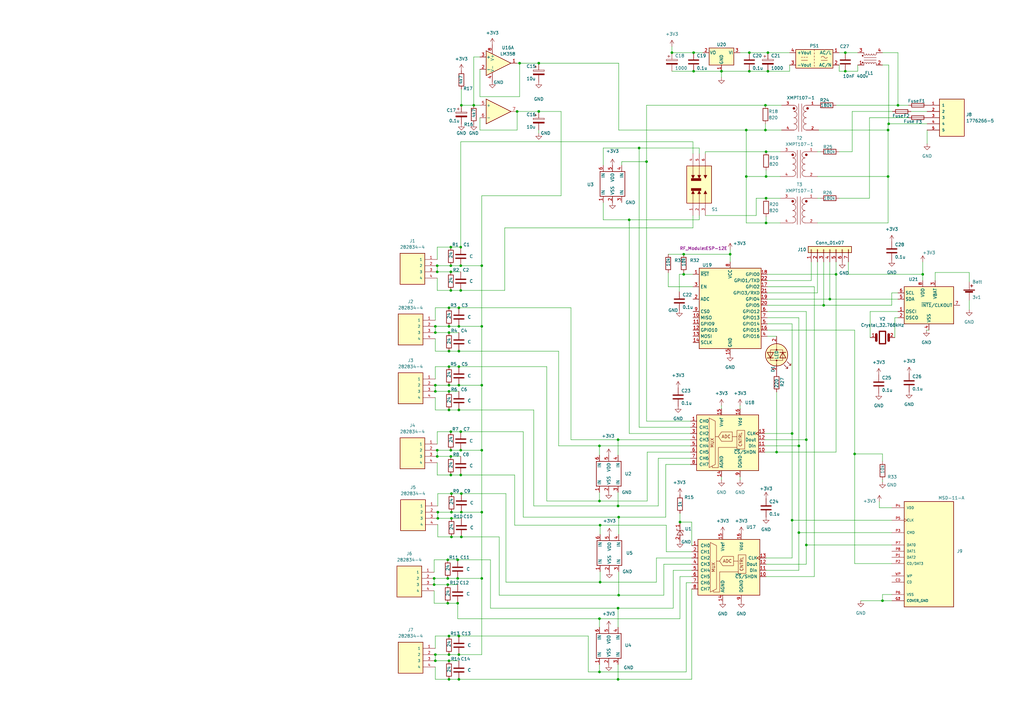
<source format=kicad_sch>
(kicad_sch (version 20250114) (generator "eeschema") (generator_version "9.0")
  (paper "A3")
  (junction (at 306.07 72.39))
  (junction (at 188.214 150.368))
  (junction (at 346.71 29.21))
  (junction (at 188.976 119.126))
  (junction (at 313.944 53.34))
  (junction (at 245.872 182.88))
  (junction (at 188.976 108.966))
  (junction (at 184.15 278.638))
  (junction (at 246.126 215.392))
  (junction (at 330.708 180.34))
  (junction (at 184.15 126.238))
  (junction (at 253.746 212.09))
  (junction (at 187.706 237.236))
  (junction (at 197.612 157.988))
  (junction (at 314.198 62.23))
  (junction (at 361.95 246.38))
  (junction (at 245.872 205.486))
  (junction (at 194.31 43.18))
  (junction (at 307.34 29.21))
  (junction (at 185.166 212.598))
  (junction (at 184.912 194.818))
  (junction (at 364.49 50.8))
  (junction (at 265.176 66.294))
  (junction (at 179.324 111.506))
  (junction (at 188.214 126.238))
  (junction (at 313.944 43.18))
  (junction (at 314.96 29.21))
  (junction (at 299.466 104.267))
  (junction (at 245.872 253.746))
  (junction (at 307.34 21.59))
  (junction (at 275.59 21.59))
  (junction (at 178.562 133.858))
  (junction (at 295.91 29.21))
  (junction (at 188.976 177.038))
  (junction (at 346.71 21.59))
  (junction (at 179.578 210.058))
  (junction (at 280.416 112.522))
  (junction (at 178.562 136.398))
  (junction (at 185.166 210.058))
  (junction (at 184.912 108.966))
  (junction (at 213.106 25.908))
  (junction (at 184.912 101.346))
  (junction (at 188.214 157.988))
  (junction (at 212.09 45.72))
  (junction (at 314.96 21.59))
  (junction (at 187.706 247.396))
  (junction (at 245.872 275.59))
  (junction (at 197.612 210.058))
  (junction (at 197.612 133.858))
  (junction (at 183.642 229.616))
  (junction (at 183.642 247.396))
  (junction (at 189.23 220.218))
  (junction (at 179.578 212.598))
  (junction (at 188.214 260.858))
  (junction (at 189.23 43.18))
  (junction (at 368.3 43.18))
  (junction (at 184.15 144.018))
  (junction (at 330.708 223.52))
  (junction (at 184.912 119.126))
  (junction (at 378.46 112.522))
  (junction (at 262.128 60.706))
  (junction (at 184.15 168.148))
  (junction (at 188.976 184.658))
  (junction (at 184.912 184.658))
  (junction (at 364.236 72.39))
  (junction (at 184.15 133.858))
  (junction (at 179.324 184.658))
  (junction (at 184.15 150.368))
  (junction (at 187.706 229.616))
  (junction (at 314.198 81.28))
  (junction (at 184.15 260.858))
  (junction (at 178.562 271.018))
  (junction (at 188.214 268.478))
  (junction (at 188.976 101.346))
  (junction (at 253.492 249.428))
  (junction (at 337.82 125.222))
  (junction (at 314.198 91.44))
  (junction (at 280.416 104.267))
  (junction (at 350.52 186.182))
  (junction (at 184.15 268.478))
  (junction (at 327.66 182.88))
  (junction (at 183.642 239.776))
  (junction (at 306.07 53.34))
  (junction (at 253.746 244.094))
  (junction (at 278.892 214.122))
  (junction (at 253.492 207.518))
  (junction (at 253.492 278.638))
  (junction (at 284.48 21.59))
  (junction (at 314.198 72.39))
  (junction (at 318.516 185.42))
  (junction (at 188.214 144.018))
  (junction (at 340.36 122.682))
  (junction (at 246.126 238.76))
  (junction (at 188.214 133.858))
  (junction (at 197.612 184.658))
  (junction (at 324.866 177.8))
  (junction (at 183.642 237.236))
  (junction (at 188.976 194.818))
  (junction (at 342.9 112.522))
  (junction (at 188.214 168.148))
  (junction (at 220.98 25.908))
  (junction (at 179.324 108.966))
  (junction (at 178.562 160.528))
  (junction (at 184.15 160.528))
  (junction (at 253.492 180.34))
  (junction (at 184.15 157.988))
  (junction (at 188.214 278.638))
  (junction (at 179.324 187.198))
  (junction (at 184.912 187.198))
  (junction (at 178.054 237.236))
  (junction (at 284.48 29.21))
  (junction (at 189.23 202.438))
  (junction (at 327.66 218.44))
  (junction (at 184.912 111.506))
  (junction (at 184.912 177.038))
  (junction (at 324.866 213.36))
  (junction (at 184.15 136.398))
  (junction (at 178.054 239.776))
  (junction (at 220.98 45.72))
  (junction (at 185.166 220.218))
  (junction (at 197.612 237.236))
  (junction (at 178.562 157.988))
  (junction (at 178.562 268.478))
  (junction (at 184.15 271.018))
  (junction (at 185.166 202.438))
  (junction (at 197.612 108.966))
  (junction (at 258.064 90.17))
  (junction (at 364.236 53.34))
  (junction (at 189.23 210.058))
  (wire (pts (xy 178.054 237.236) (xy 178.054 239.776)))
  (wire (pts (xy 337.82 107.442) (xy 337.82 125.222)))
  (wire (pts (xy 241.3 260.858) (xy 241.3 275.59)))
  (wire (pts (xy 178.562 133.858) (xy 184.15 133.858)))
  (wire (pts (xy 184.15 150.368) (xy 188.214 150.368)))
  (wire (pts (xy 184.15 157.988) (xy 188.214 157.988)))
  (wire (pts (xy 314.706 112.522) (xy 342.9 112.522)))
  (wire (pts (xy 320.548 43.18) (xy 313.944 43.18)))
  (wire (pts (xy 278.892 214.122) (xy 283.718 214.122)))
  (wire (pts (xy 274.066 117.602) (xy 284.226 117.602)))
  (wire (pts (xy 178.562 271.018) (xy 184.15 271.018)))
  (wire (pts (xy 330.708 127.762) (xy 330.708 180.34)))
  (wire (pts (xy 361.95 21.59) (xy 368.3 21.59)))
  (wire (pts (xy 179.578 210.058) (xy 179.578 212.598)))
  (wire (pts (xy 278.638 112.522) (xy 278.638 119.634)))
  (wire (pts (xy 314.706 117.602) (xy 334.01 117.602)))
  (wire (pts (xy 258.064 90.17) (xy 247.396 90.17)))
  (wire (pts (xy 188.214 157.988) (xy 197.612 157.988)))
  (wire (pts (xy 255.016 66.294) (xy 265.176 66.294)))
  (wire (pts (xy 361.95 243.84) (xy 361.95 246.38)))
  (wire (pts (xy 184.15 260.858) (xy 188.214 260.858)))
  (wire (pts (xy 178.562 265.938) (xy 178.562 260.858)))
  (wire (pts (xy 201.168 229.616) (xy 187.706 229.616)))
  (wire (pts (xy 194.31 23.368) (xy 194.31 43.18)))
  (wire (pts (xy 196.85 43.18) (xy 194.31 43.18)))
  (wire (pts (xy 253.492 272.542) (xy 253.492 278.638)))
  (wire (pts (xy 179.578 210.058) (xy 185.166 210.058)))
  (wire (pts (xy 253.492 201.93) (xy 253.492 207.518)))
  (wire (pts (xy 197.612 133.858) (xy 197.612 157.988)))
  (wire (pts (xy 284.48 21.59) (xy 288.29 21.59)))
  (wire (pts (xy 330.708 223.52) (xy 365.76 223.52)))
  (wire (pts (xy 314.198 91.44) (xy 306.07 91.44)))
  (wire (pts (xy 178.562 126.238) (xy 184.15 126.238)))
  (wire (pts (xy 334.01 117.602) (xy 334.01 236.474)))
  (wire (pts (xy 178.562 150.368) (xy 184.15 150.368)))
  (wire (pts (xy 303.53 167.64) (xy 303.53 166.37)))
  (wire (pts (xy 313.944 53.34) (xy 320.548 53.34)))
  (wire (pts (xy 185.166 220.218) (xy 179.578 220.218)))
  (wire (pts (xy 184.912 177.038) (xy 188.976 177.038)))
  (wire (pts (xy 188.976 58.166) (xy 188.976 101.346)))
  (wire (pts (xy 185.166 210.058) (xy 189.23 210.058)))
  (wire (pts (xy 178.562 160.528) (xy 184.15 160.528)))
  (wire (pts (xy 360.68 205.74) (xy 360.68 208.28)))
  (wire (pts (xy 278.892 236.474) (xy 278.892 253.746)))
  (wire (pts (xy 188.976 194.818) (xy 184.912 194.818)))
  (wire (pts (xy 314.198 91.44) (xy 320.04 91.44)))
  (wire (pts (xy 212.09 53.34) (xy 212.09 45.72)))
  (wire (pts (xy 207.518 238.76) (xy 246.126 238.76)))
  (wire (pts (xy 178.054 229.616) (xy 183.642 229.616)))
  (wire (pts (xy 324.866 213.36) (xy 365.76 213.36)))
  (wire (pts (xy 197.612 210.058) (xy 197.612 237.236)))
  (wire (pts (xy 378.46 112.522) (xy 378.46 115.062)))
  (wire (pts (xy 194.31 43.18) (xy 189.23 43.18)))
  (wire (pts (xy 335.28 62.23) (xy 336.55 62.23)))
  (wire (pts (xy 253.746 212.09) (xy 214.63 212.09)))
  (wire (pts (xy 253.492 180.34) (xy 234.188 180.34)))
  (wire (pts (xy 330.708 180.34) (xy 330.708 223.52)))
  (wire (pts (xy 230.124 80.264) (xy 197.612 80.264)))
  (wire (pts (xy 253.492 278.638) (xy 283.718 278.638)))
  (wire (pts (xy 368.3 43.18) (xy 372.618 43.18)))
  (wire (pts (xy 184.912 187.198) (xy 188.976 187.198)))
  (wire (pts (xy 179.324 182.118) (xy 179.324 177.038)))
  (wire (pts (xy 245.872 182.88) (xy 283.21 182.88)))
  (wire (pts (xy 245.872 275.59) (xy 281.432 275.59)))
  (wire (pts (xy 178.562 131.318) (xy 178.562 126.238)))
  (wire (pts (xy 183.642 237.236) (xy 187.706 237.236)))
  (wire (pts (xy 184.15 268.478) (xy 188.214 268.478)))
  (wire (pts (xy 246.126 215.392) (xy 273.304 215.392)))
  (wire (pts (xy 247.396 60.706) (xy 247.396 67.818)))
  (wire (pts (xy 295.91 167.64) (xy 295.91 166.37)))
  (wire (pts (xy 314.706 125.222) (xy 337.82 125.222)))
  (wire (pts (xy 340.36 107.442) (xy 340.36 122.682)))
  (wire (pts (xy 246.126 215.392) (xy 246.126 219.202)))
  (wire (pts (xy 349.504 45.72) (xy 366.014 45.72)))
  (wire (pts (xy 265.43 205.486) (xy 265.43 185.42)))
  (wire (pts (xy 361.95 189.23) (xy 361.95 186.182)))
  (wire (pts (xy 196.85 53.34) (xy 212.09 53.34)))
  (wire (pts (xy 218.948 207.518) (xy 253.492 207.518)))
  (wire (pts (xy 314.96 21.59) (xy 323.85 21.59)))
  (wire (pts (xy 179.578 220.218) (xy 179.578 215.138)))
  (wire (pts (xy 318.516 160.782) (xy 318.516 185.42)))
  (wire (pts (xy 303.53 21.59) (xy 307.34 21.59)))
  (wire (pts (xy 178.562 155.448) (xy 178.562 150.368)))
  (wire (pts (xy 179.324 111.506) (xy 184.912 111.506)))
  (wire (pts (xy 318.516 185.42) (xy 342.9 185.42)))
  (wire (pts (xy 207.01 93.472) (xy 207.01 119.126)))
  (wire (pts (xy 365.76 243.84) (xy 361.95 243.84)))
  (wire (pts (xy 278.892 214.122) (xy 278.892 214.376)))
  (wire (pts (xy 324.866 132.842) (xy 324.866 177.8)))
  (wire (pts (xy 265.176 66.294) (xy 265.176 172.72)))
  (wire (pts (xy 185.166 212.598) (xy 189.23 212.598)))
  (wire (pts (xy 280.416 104.267) (xy 299.466 104.267)))
  (wire (pts (xy 346.71 21.59) (xy 351.79 21.59)))
  (wire (pts (xy 220.98 45.72) (xy 212.09 45.72)))
  (wire (pts (xy 284.48 29.21) (xy 295.91 29.21)))
  (wire (pts (xy 188.214 168.148) (xy 184.15 168.148)))
  (wire (pts (xy 327.66 218.44) (xy 327.66 233.934)))
  (wire (pts (xy 380.238 53.34) (xy 380.238 58.928)))
  (wire (pts (xy 274.066 111.887) (xy 274.066 117.602)))
  (wire (pts (xy 179.324 184.658) (xy 184.912 184.658)))
  (wire (pts (xy 218.948 207.518) (xy 218.948 168.148)))
  (wire (pts (xy 253.746 25.908) (xy 253.746 53.34)))
  (wire (pts (xy 220.98 45.72) (xy 230.124 45.72)))
  (wire (pts (xy 335.28 81.28) (xy 336.55 81.28)))
  (wire (pts (xy 262.128 175.26) (xy 262.128 60.706)))
  (wire (pts (xy 299.466 102.362) (xy 299.466 104.267)))
  (wire (pts (xy 258.064 90.17) (xy 258.064 177.8)))
  (wire (pts (xy 314.706 122.682) (xy 340.36 122.682)))
  (wire (pts (xy 356.616 81.28) (xy 344.17 81.28)))
  (wire (pts (xy 178.054 237.236) (xy 183.642 237.236)))
  (wire (pts (xy 364.236 53.34) (xy 364.236 72.39)))
  (wire (pts (xy 213.106 25.908) (xy 213.106 39.624)))
  (wire (pts (xy 313.69 185.42) (xy 318.516 185.42)))
  (wire (pts (xy 184.15 278.638) (xy 178.562 278.638)))
  (wire (pts (xy 178.562 144.018) (xy 178.562 138.938)))
  (wire (pts (xy 327.66 233.934) (xy 314.198 233.934)))
  (wire (pts (xy 323.85 26.67) (xy 323.85 29.21)))
  (wire (pts (xy 284.226 62.992) (xy 284.226 58.166)))
  (wire (pts (xy 179.324 187.198) (xy 184.912 187.198)))
  (wire (pts (xy 335.28 91.44) (xy 364.236 91.44)))
  (wire (pts (xy 253.746 212.09) (xy 273.05 212.09)))
  (wire (pts (xy 283.718 241.554) (xy 283.718 278.638)))
  (wire (pts (xy 218.948 168.148) (xy 188.214 168.148)))
  (wire (pts (xy 245.872 272.542) (xy 245.872 275.59)))
  (wire (pts (xy 332.74 107.442) (xy 332.74 115.062)))
  (wire (pts (xy 207.01 119.126) (xy 188.976 119.126)))
  (wire (pts (xy 196.85 28.448) (xy 196.85 39.624)))
  (wire (pts (xy 275.59 19.05) (xy 275.59 21.59)))
  (wire (pts (xy 344.17 29.21) (xy 344.17 26.67)))
  (wire (pts (xy 188.214 278.638) (xy 184.15 278.638)))
  (wire (pts (xy 347.98 112.522) (xy 347.98 107.442)))
  (wire (pts (xy 247.396 60.706) (xy 262.128 60.706)))
  (wire (pts (xy 344.17 62.23) (xy 349.504 62.23)))
  (wire (pts (xy 299.466 104.267) (xy 299.466 107.442)))
  (wire (pts (xy 365.76 120.142) (xy 365.76 125.222)))
  (wire (pts (xy 179.324 106.426) (xy 179.324 101.346)))
  (wire (pts (xy 269.24 238.76) (xy 269.24 228.854)))
  (wire (pts (xy 314.706 115.062) (xy 332.74 115.062)))
  (wire (pts (xy 334.01 236.474) (xy 314.198 236.474)))
  (wire (pts (xy 367.03 130.302) (xy 368.3 130.302)))
  (wire (pts (xy 178.562 136.398) (xy 184.15 136.398)))
  (wire (pts (xy 184.912 119.126) (xy 179.324 119.126)))
  (wire (pts (xy 189.23 36.576) (xy 189.23 43.18)))
  (wire (pts (xy 368.3 21.59) (xy 368.3 43.18)))
  (wire (pts (xy 314.198 72.39) (xy 320.04 72.39)))
  (wire (pts (xy 364.49 50.8) (xy 380.238 50.8)))
  (wire (pts (xy 276.098 249.428) (xy 276.098 233.934)))
  (wire (pts (xy 275.59 21.59) (xy 284.48 21.59)))
  (wire (pts (xy 211.074 194.818) (xy 211.074 215.392)))
  (wire (pts (xy 272.288 231.394) (xy 272.288 244.094)))
  (wire (pts (xy 278.892 210.566) (xy 278.892 214.122)))
  (wire (pts (xy 324.866 177.8) (xy 324.866 213.36)))
  (wire (pts (xy 220.98 53.34) (xy 220.98 54.61)))
  (wire (pts (xy 313.69 182.88) (xy 327.66 182.88)))
  (wire (pts (xy 313.69 177.8) (xy 324.866 177.8)))
  (wire (pts (xy 179.578 212.598) (xy 185.166 212.598)))
  (wire (pts (xy 361.95 246.38) (xy 365.76 246.38)))
  (wire (pts (xy 179.324 119.126) (xy 179.324 114.046)))
  (wire (pts (xy 330.708 223.52) (xy 330.708 231.394)))
  (wire (pts (xy 314.706 132.842) (xy 324.866 132.842)))
  (wire (pts (xy 207.01 93.472) (xy 284.226 93.472)))
  (wire (pts (xy 178.562 260.858) (xy 184.15 260.858)))
  (wire (pts (xy 253.746 212.09) (xy 253.746 219.202)))
  (wire (pts (xy 178.562 157.988) (xy 178.562 160.528)))
  (wire (pts (xy 262.128 60.706) (xy 286.766 60.706)))
  (wire (pts (xy 335.28 107.442) (xy 335.28 120.142)))
  (wire (pts (xy 245.872 186.69) (xy 245.872 182.88)))
  (wire (pts (xy 197.612 80.264) (xy 197.612 108.966)))
  (wire (pts (xy 313.69 180.34) (xy 330.708 180.34)))
  (wire (pts (xy 368.3 120.142) (xy 365.76 120.142)))
  (wire (pts (xy 306.07 72.39) (xy 306.07 53.34)))
  (wire (pts (xy 350.52 186.182) (xy 350.52 231.14)))
  (wire (pts (xy 188.976 119.126) (xy 184.912 119.126)))
  (wire (pts (xy 220.98 25.908) (xy 213.106 25.908)))
  (wire (pts (xy 397.51 123.19) (xy 397.51 127)))
  (wire (pts (xy 188.214 133.858) (xy 197.612 133.858)))
  (wire (pts (xy 306.07 91.44) (xy 306.07 72.39)))
  (wire (pts (xy 255.016 67.818) (xy 255.016 66.294)))
  (wire (pts (xy 184.15 168.148) (xy 178.562 168.148)))
  (wire (pts (xy 196.85 48.26) (xy 196.85 53.34)))
  (wire (pts (xy 262.128 175.26) (xy 283.21 175.26)))
  (wire (pts (xy 314.706 130.302) (xy 327.66 130.302)))
  (wire (pts (xy 314.706 127.762) (xy 330.708 127.762)))
  (wire (pts (xy 361.95 196.85) (xy 361.95 197.612)))
  (wire (pts (xy 351.79 29.21) (xy 351.79 26.67)))
  (wire (pts (xy 280.416 112.522) (xy 284.226 112.522)))
  (wire (pts (xy 307.34 21.59) (xy 314.96 21.59)))
  (wire (pts (xy 364.236 72.39) (xy 364.236 91.44)))
  (wire (pts (xy 295.91 196.85) (xy 295.91 195.58)))
  (wire (pts (xy 247.396 90.17) (xy 247.396 83.058)))
  (wire (pts (xy 335.28 72.39) (xy 364.236 72.39)))
  (wire (pts (xy 211.074 194.818) (xy 188.976 194.818)))
  (wire (pts (xy 178.562 168.148) (xy 178.562 163.068)))
  (wire (pts (xy 189.23 210.058) (xy 197.612 210.058)))
  (wire (pts (xy 188.214 144.018) (xy 184.15 144.018)))
  (wire (pts (xy 189.23 220.218) (xy 204.724 220.218)))
  (wire (pts (xy 183.642 247.396) (xy 178.054 247.396)))
  (wire (pts (xy 178.562 133.858) (xy 178.562 136.398)))
  (wire (pts (xy 289.306 62.23) (xy 289.306 62.992)))
  (wire (pts (xy 364.236 50.8) (xy 364.49 50.8)))
  (wire (pts (xy 207.518 202.438) (xy 189.23 202.438)))
  (wire (pts (xy 184.912 101.346) (xy 188.976 101.346)))
  (wire (pts (xy 314.198 81.28) (xy 320.04 81.28)))
  (wire (pts (xy 350.52 135.382) (xy 314.706 135.382)))
  (wire (pts (xy 295.91 29.21) (xy 295.91 31.75)))
  (wire (pts (xy 356.87 127.762) (xy 356.87 138.43)))
  (wire (pts (xy 188.214 278.638) (xy 253.492 278.638)))
  (wire (pts (xy 184.15 126.238) (xy 188.214 126.238)))
  (wire (pts (xy 253.492 207.518) (xy 270.002 207.518)))
  (wire (pts (xy 327.66 218.44) (xy 365.76 218.44)))
  (wire (pts (xy 306.07 53.34) (xy 313.944 53.34)))
  (wire (pts (xy 284.226 88.392) (xy 284.226 93.472)))
  (wire (pts (xy 383.54 115.062) (xy 383.54 111.76)))
  (wire (pts (xy 273.304 226.314) (xy 283.718 226.314)))
  (wire (pts (xy 245.872 205.486) (xy 265.43 205.486)))
  (wire (pts (xy 353.06 246.38) (xy 361.95 246.38)))
  (wire (pts (xy 272.288 244.094) (xy 253.746 244.094)))
  (wire (pts (xy 289.306 88.392) (xy 310.134 88.392)))
  (wire (pts (xy 253.746 234.442) (xy 253.746 244.094)))
  (wire (pts (xy 224.282 205.486) (xy 245.872 205.486)))
  (wire (pts (xy 313.944 50.8) (xy 313.944 53.34)))
  (wire (pts (xy 188.214 144.018) (xy 229.108 144.018)))
  (wire (pts (xy 258.064 177.8) (xy 283.21 177.8)))
  (wire (pts (xy 179.324 108.966) (xy 179.324 111.506)))
  (wire (pts (xy 360.68 208.28) (xy 365.76 208.28)))
  (wire (pts (xy 184.912 111.506) (xy 188.976 111.506)))
  (wire (pts (xy 295.91 29.21) (xy 307.34 29.21)))
  (wire (pts (xy 306.07 72.39) (xy 314.198 72.39)))
  (wire (pts (xy 269.24 228.854) (xy 283.718 228.854)))
  (wire (pts (xy 178.054 247.396) (xy 178.054 242.316)))
  (wire (pts (xy 361.95 26.67) (xy 364.49 26.67)))
  (wire (pts (xy 201.168 249.428) (xy 201.168 229.616)))
  (wire (pts (xy 356.87 127.762) (xy 368.3 127.762)))
  (wire (pts (xy 188.976 108.966) (xy 197.612 108.966)))
  (wire (pts (xy 188.214 150.368) (xy 224.282 150.368)))
  (wire (pts (xy 364.236 50.8) (xy 364.236 53.34)))
  (wire (pts (xy 280.416 112.522) (xy 278.638 112.522)))
  (wire (pts (xy 275.59 29.21) (xy 284.48 29.21)))
  (wire (pts (xy 313.944 43.18) (xy 265.176 43.18)))
  (wire (pts (xy 184.15 133.858) (xy 188.214 133.858)))
  (wire (pts (xy 342.9 107.442) (xy 342.9 112.522)))
  (wire (pts (xy 197.612 157.988) (xy 197.612 184.658)))
  (wire (pts (xy 184.15 144.018) (xy 178.562 144.018)))
  (wire (pts (xy 273.304 215.392) (xy 273.304 226.314)))
  (wire (pts (xy 179.324 184.658) (xy 179.324 187.198)))
  (wire (pts (xy 178.562 268.478) (xy 184.15 268.478)))
  (wire (pts (xy 187.706 253.746) (xy 187.706 247.396)))
  (wire (pts (xy 204.724 244.094) (xy 253.746 244.094)))
  (wire (pts (xy 178.562 268.478) (xy 178.562 271.018)))
  (wire (pts (xy 220.98 25.908) (xy 253.746 25.908)))
  (wire (pts (xy 246.126 238.76) (xy 269.24 238.76)))
  (wire (pts (xy 286.766 62.992) (xy 286.766 60.706)))
  (wire (pts (xy 189.23 220.218) (xy 185.166 220.218)))
  (wire (pts (xy 246.126 234.442) (xy 246.126 238.76)))
  (wire (pts (xy 245.872 253.746) (xy 245.872 257.302)))
  (wire (pts (xy 184.15 160.528) (xy 188.214 160.528)))
  (wire (pts (xy 383.54 111.76) (xy 397.51 111.76)))
  (wire (pts (xy 327.66 130.302) (xy 327.66 182.88)))
  (wire (pts (xy 283.718 236.474) (xy 278.892 236.474)))
  (wire (pts (xy 245.872 253.746) (xy 278.892 253.746)))
  (wire (pts (xy 213.106 25.908) (xy 212.09 25.908)))
  (wire (pts (xy 344.17 21.59) (xy 346.71 21.59)))
  (wire (pts (xy 314.706 120.142) (xy 335.28 120.142)))
  (wire (pts (xy 335.788 43.18) (xy 335.28 43.18)))
  (wire (pts (xy 179.578 202.438) (xy 185.166 202.438)))
  (wire (pts (xy 184.15 271.018) (xy 188.214 271.018)))
  (wire (pts (xy 179.324 194.818) (xy 179.324 189.738)))
  (wire (pts (xy 270.002 187.96) (xy 283.21 187.96)))
  (wire (pts (xy 335.788 53.34) (xy 364.236 53.34)))
  (wire (pts (xy 327.66 182.88) (xy 327.66 218.44)))
  (wire (pts (xy 230.124 45.72) (xy 230.124 80.264)))
  (wire (pts (xy 178.054 234.696) (xy 178.054 229.616)))
  (wire (pts (xy 253.492 180.34) (xy 283.21 180.34)))
  (wire (pts (xy 253.492 180.34) (xy 253.492 186.69)))
  (wire (pts (xy 213.106 39.624) (xy 196.85 39.624)))
  (wire (pts (xy 270.002 207.518) (xy 270.002 187.96)))
  (wire (pts (xy 314.706 137.922) (xy 318.516 137.922)))
  (wire (pts (xy 310.134 81.28) (xy 314.198 81.28)))
  (wire (pts (xy 272.288 231.394) (xy 283.718 231.394)))
  (wire (pts (xy 185.166 202.438) (xy 189.23 202.438)))
  (wire (pts (xy 188.214 260.858) (xy 241.3 260.858)))
  (wire (pts (xy 286.766 88.392) (xy 286.766 90.17)))
  (wire (pts (xy 307.34 29.21) (xy 314.96 29.21)))
  (wire (pts (xy 342.9 112.522) (xy 342.9 185.42)))
  (wire (pts (xy 281.432 275.59) (xy 281.432 239.014)))
  (wire (pts (xy 347.98 112.522) (xy 378.46 112.522)))
  (wire (pts (xy 179.324 177.038) (xy 184.912 177.038)))
  (wire (pts (xy 286.766 90.17) (xy 258.064 90.17)))
  (wire (pts (xy 253.492 257.302) (xy 253.492 249.428)))
  (wire (pts (xy 283.718 214.122) (xy 283.718 223.774)))
  (wire (pts (xy 324.866 228.854) (xy 314.198 228.854)))
  (wire (pts (xy 265.43 185.42) (xy 283.21 185.42)))
  (wire (pts (xy 367.03 130.302) (xy 367.03 138.43)))
  (wire (pts (xy 253.492 249.428) (xy 276.098 249.428)))
  (wire (pts (xy 245.872 201.93) (xy 245.872 205.486)))
  (wire (pts (xy 314.198 62.23) (xy 320.04 62.23)))
  (wire (pts (xy 373.634 45.72) (xy 380.238 45.72)))
  (wire (pts (xy 184.15 136.398) (xy 188.214 136.398)))
  (wire (pts (xy 197.612 268.478) (xy 188.214 268.478)))
  (wire (pts (xy 273.05 190.5) (xy 273.05 212.09)))
  (wire (pts (xy 310.134 88.392) (xy 310.134 81.28)))
  (wire (pts (xy 265.176 172.72) (xy 283.21 172.72)))
  (wire (pts (xy 234.188 180.34) (xy 234.188 126.238)))
  (wire (pts (xy 350.52 186.182) (xy 361.95 186.182)))
  (wire (pts (xy 378.46 112.522) (xy 378.46 107.442)))
  (wire (pts (xy 184.912 108.966) (xy 188.976 108.966)))
  (wire (pts (xy 188.976 184.658) (xy 197.612 184.658)))
  (wire (pts (xy 303.53 195.58) (xy 303.53 196.85)))
  (wire (pts (xy 253.746 53.34) (xy 306.07 53.34)))
  (wire (pts (xy 324.866 213.36) (xy 324.866 228.854)))
  (wire (pts (xy 350.52 135.382) (xy 350.52 186.182)))
  (wire (pts (xy 280.416 111.887) (xy 280.416 112.522)))
  (wire (pts (xy 350.52 231.14) (xy 365.76 231.14)))
  (wire (pts (xy 281.432 239.014) (xy 283.718 239.014)))
  (wire (pts (xy 197.612 237.236) (xy 197.612 268.478)))
  (wire (pts (xy 179.324 101.346) (xy 184.912 101.346)))
  (wire (pts (xy 372.618 48.26) (xy 356.616 48.26)))
  (wire (pts (xy 183.642 229.616) (xy 187.706 229.616)))
  (wire (pts (xy 224.282 150.368) (xy 224.282 205.486)))
  (wire (pts (xy 178.054 239.776) (xy 183.642 239.776)))
  (wire (pts (xy 314.96 29.21) (xy 323.85 29.21)))
  (wire (pts (xy 340.36 122.682) (xy 368.3 122.682)))
  (wire (pts (xy 178.562 278.638) (xy 178.562 273.558)))
  (wire (pts (xy 265.176 43.18) (xy 265.176 66.294)))
  (wire (pts (xy 273.05 190.5) (xy 283.21 190.5)))
  (wire (pts (xy 187.706 237.236) (xy 197.612 237.236)))
  (wire (pts (xy 234.188 126.238) (xy 188.214 126.238)))
  (wire (pts (xy 201.168 249.428) (xy 253.492 249.428)))
  (wire (pts (xy 349.504 62.23) (xy 349.504 45.72)))
  (wire (pts (xy 364.49 26.67) (xy 364.49 50.8)))
  (wire (pts (xy 346.71 29.21) (xy 351.79 29.21)))
  (wire (pts (xy 314.198 62.23) (xy 289.306 62.23)))
  (wire (pts (xy 184.912 184.658) (xy 188.976 184.658)))
  (wire (pts (xy 197.612 108.966) (xy 197.612 133.858)))
  (wire (pts (xy 229.108 144.018) (xy 229.108 182.88)))
  (wire (pts (xy 207.518 202.438) (xy 207.518 238.76)))
  (wire (pts (xy 314.198 69.85) (xy 314.198 72.39)))
  (wire (pts (xy 183.642 239.776) (xy 187.706 239.776)))
  (wire (pts (xy 178.562 157.988) (xy 184.15 157.988)))
  (wire (pts (xy 337.82 125.222) (xy 365.76 125.222)))
  (wire (pts (xy 356.616 48.26) (xy 356.616 81.28)))
  (wire (pts (xy 314.198 88.9) (xy 314.198 91.44)))
  (wire (pts (xy 179.578 207.518) (xy 179.578 202.438)))
  (wire (pts (xy 274.066 104.267) (xy 280.416 104.267)))
  (wire (pts (xy 344.17 29.21) (xy 346.71 29.21)))
  (wire (pts (xy 381 135.382) (xy 379.984 135.382)))
  (wire (pts (xy 184.912 194.818) (xy 179.324 194.818)))
  (wire (pts (xy 229.108 182.88) (xy 245.872 182.88)))
  (wire (pts (xy 241.3 275.59) (xy 245.872 275.59)))
  (wire (pts (xy 397.51 111.76) (xy 397.51 115.57)))
  (wire (pts (xy 214.63 212.09) (xy 214.63 177.038)))
  (wire (pts (xy 187.706 247.396) (xy 183.642 247.396)))
  (wire (pts (xy 197.612 184.658) (xy 197.612 210.058)))
  (wire (pts (xy 179.324 108.966) (xy 184.912 108.966)))
  (wire (pts (xy 211.074 215.392) (xy 246.126 215.392)))
  (wire (pts (xy 187.706 253.746) (xy 245.872 253.746)))
  (wire (pts (xy 196.85 23.368) (xy 194.31 23.368)))
  (wire (pts (xy 276.098 233.934) (xy 283.718 233.934)))
  (wire (pts (xy 214.63 177.038) (xy 188.976 177.038)))
  (wire (pts (xy 204.724 220.218) (xy 204.724 244.094)))
  (wire (pts (xy 342.9 43.18) (xy 368.3 43.18)))
  (wire (pts (xy 330.708 231.394) (xy 314.198 231.394)))
  (wire (pts (xy 284.226 58.166) (xy 188.976 58.166)))
  (symbol (lib_id "power:GND") (at 303.53 196.85 0) (unit 1)
    (property "Reference" "#PWR0124" (effects (hide yes)))
    (property "Value" "GND" (at 303.53 201.93 0))
  )
  (symbol (lib_id "Device:C") (at 188.976 115.316 0) (unit 1)
    (property "Reference" "C2" (at 189.738 110.744 0) (effects (justify left)))
    (property "Value" "C" (at 192.532 115.316 0) (effects (justify left)))
    (property "Footprint" "Capacitor_SMD:C_0805_2012Metric" (effects (hide yes)))
  )
  (symbol (lib_id "power:GND") (at 314.198 212.09 0) (unit 1)
    (property "Reference" "#PWR04" (effects (hide yes)))
    (property "Value" "GND" (at 314.198 217.17 0))
  )
  (symbol (lib_id "Device:R") (at 194.31 46.99 0) (unit 1)
    (property "Reference" "R16" (at 190.246 51.054 0) (effects (justify left)))
    (property "Value" "4k7" (at 194.31 48.26 90) (effects (justify left)))
    (property "Footprint" "Resistor_SMD:R_0805_2012Metric" (effects (hide yes)))
  )
  (symbol (lib_id "Device:R") (at 184.912 115.316 0) (unit 1)
    (property "Reference" "R2" (at 185.674 110.744 0) (effects (justify left)))
    (property "Value" "24" (at 184.912 116.332 90) (effects (justify left)))
    (property "Footprint" "Resistor_SMD:R_0805_2012Metric" (effects (hide yes)))
  )
  (symbol (lib_id "power:+3V3") (at 249.682 186.69 0) (unit 1)
    (property "Reference" "#PWR01" (effects (hide yes)))
    (property "Value" "+3V3" (at 249.428 178.816 0))
  )
  (symbol (lib_id "power:+3V3") (at 249.936 219.202 0) (unit 1)
    (property "Reference" "#PWR0129" (effects (hide yes)))
    (property "Value" "+3V3" (at 249.936 213.614 0))
  )
  (symbol (lib_id "Device:LED_Dual_Bidirectional") (at 318.516 145.542 270) (unit 1)
    (property "Reference" "D1" (at 316.992 151.384 0))
    (property "Value" "LED" (at 318.516 145.542 0))
    (property "Footprint" "LED_THT:LED_D3.0mm" (effects (hide yes)))
  )
  (symbol (lib_id "power:GND") (at 194.31 50.8 0) (unit 1)
    (property "Reference" "#PWR0109" (effects (hide yes)))
    (property "Value" "GND" (at 194.31 54.61 0))
  )
  (symbol (lib_id "power:GND") (at 379.984 135.382 0) (unit 1)
    (property "Reference" "#PWR0106" (effects (hide yes)))
    (property "Value" "GND" (at 379.984 140.462 0))
  )
  (symbol (lib_id "Conector 1776266-5:1776266-5") (at 390.398 48.26 0) (unit 1)
    (property "Reference" "J8" (at 396.24 46.9899 0) (effects (justify left)))
    (property "Value" "1776266-5" (at 396.24 49.5299 0) (effects (justify left)))
    (property "Footprint" "Conector 1776266-5:TE_1776266-5" (effects (hide yes)))
    (property "Comment" "1776266-5" (effects (hide yes)))
  )
  (symbol (lib_id "power:GND") (at 304.038 246.634 0) (unit 1)
    (property "Reference" "#PWR0114" (effects (hide yes)))
    (property "Value" "GND" (at 304.038 251.714 0))
  )
  (symbol (lib_id "power:+3.3V") (at 303.53 166.37 0) (unit 1)
    (property "Reference" "#PWR0121" (effects (hide yes)))
    (property "Value" "+3V3" (at 303.53 161.29 0))
  )
  (symbol (lib_id "Reference_Voltage:LM4040DBZ-2.5") (at 278.892 218.186 90) (unit 1)
    (property "Reference" "U1" (at 280.924 216.9159 90) (effects (justify right)))
    (property "Value" "LM4040D25FTA" (effects (hide yes)))
    (property "Footprint" "Package_TO_SOT_SMD:SOT-23" (effects (hide yes)))
    (property "Datasheet" "http://www.ti.com/lit/ds/symlink/lm4040-n.pdf" (effects (hide yes)))
  )
  (symbol (lib_id "Device:C_Polarized") (at 220.98 49.53 0) (unit 1)
    (property "Reference" "C16" (at 215.9 46.99 0) (effects (justify left)))
    (property "Value" "10u" (at 215.9 52.07 0) (effects (justify left)))
    (property "Footprint" "Capacitor_SMD:C_1206_3216Metric" (effects (hide yes)))
  )
  (symbol (lib_id "Timer_RTC:PCF8523T") (at 381 125.222 0) (unit 1)
    (property "Reference" "U21" (at 374.65 114.554 0))
    (property "Value" "PCF8523T" (effects (hide yes)))
    (property "Footprint" "Package_SO:SOIC-8_3.9x4.9mm_P1.27mm" (effects (hide yes)))
    (property "Datasheet" "https://www.nxp.com/docs/en/data-sheet/PCF8523.pdf" (effects (hide yes)))
  )
  (symbol (lib_id "Conector 282834-4:282834-4") (at 170.942 136.398 0) (unit 1)
    (property "Reference" "J2" (at 168.402 123.698 0))
    (property "Value" "282834-4" (at 168.402 126.238 0))
    (property "Footprint" "Conector 282834:TE_282834-4" (effects (hide yes)))
    (property "Number_of_Positions" "4" (effects (hide yes)))
    (property "Comment" "282834-4" (effects (hide yes)))
    (property "EU_RoHS_Compliance" "Compliant with Exemptions" (effects (hide yes)))
    (property "Centerline_Pitch" "2.54 mm[.1 in]" (effects (hide yes)))
  )
  (symbol (lib_id "power:+3.3V") (at 372.872 153.162 0) (unit 1)
    (property "Reference" "#PWR010" (effects (hide yes)))
    (property "Value" "+3V3" (at 372.872 148.082 0))
  )
  (symbol (lib_id "Device:C") (at 188.214 154.178 0) (unit 1)
    (property "Reference" "C5" (at 189.23 149.352 0) (effects (justify left)))
    (property "Value" "C" (at 191.77 154.178 0) (effects (justify left)))
    (property "Footprint" "Capacitor_SMD:C_0805_2012Metric" (effects (hide yes)))
  )
  (symbol (lib_id "Device:R") (at 339.09 43.18 90) (unit 1)
    (property "Reference" "R24" (at 340.1568 41.0972 90) (effects (justify left)))
    (property "Value" "180k" (at 341.376 43.18 90) (effects (justify left)))
    (property "Footprint" "Resistor_THT:R_Axial_DIN0207_L6.3mm_D2.5mm_P2.54mm_Vertical" (effects (hide yes)))
  )
  (symbol (lib_id "PCM_SL_Devices:Crystal_32.768kHz") (at 361.95 138.43 0) (unit 1)
    (property "Reference" "Y2" (at 361.95 130.81 0))
    (property "Value" "Crystal_32.768kHz" (at 361.95 133.35 0))
    (property "Footprint" "Crystal:Crystal_AT310_D3.0mm_L10.0mm_Horizontal" (effects (hide yes)))
    (property "Description" "32.768kHz Crystal" (effects (hide yes)))
  )
  (symbol (lib_id "power:GND") (at 299.466 145.542 0) (unit 1)
    (property "Reference" "#PWR0116" (effects (hide yes)))
    (property "Value" "GND" (at 299.466 150.622 0))
  )
  (symbol (lib_id "power:+3.3V") (at 278.892 202.946 0) (unit 1)
    (property "Reference" "#PWR0125" (effects (hide yes)))
    (property "Value" "+3V3" (at 278.638 197.866 0))
  )
  (symbol (lib_id "Device:C") (at 284.48 25.4 0) (unit 1)
    (property "Reference" "C19" (at 285.75 22.86 0) (effects (justify left)))
    (property "Value" "0.1u" (at 285.75 27.94 0) (effects (justify left)))
    (property "Footprint" "Capacitor_SMD:C_0805_2012Metric" (effects (hide yes)))
  )
  (symbol (lib_id "Device:Fuse") (at 376.428 48.26 90) (unit 1)
    (property "Reference" "F3" (at 376.936 50.038 90))
    (property "Value" "Fuse" (at 372.872 49.784 90))
    (property "Footprint" "Fuse2:FUSRR508W60L835T400H810" (effects (hide yes)))
  )
  (symbol (lib_id "ZMPT107-1:XMPT107-1") (at 327.66 86.36 0) (mirror y) (unit 1)
    (property "Reference" "T3" (at 327.914 75.692 0))
    (property "Value" "XMPT107-1" (at 327.914 78.232 0))
    (property "Footprint" "ZMPT107-1:ZMPT107-1" (effects (hide yes)))
  )
  (symbol (lib_id "Device:R") (at 184.912 105.156 0) (unit 1)
    (property "Reference" "R1" (at 185.42 100.33 0) (effects (justify left)))
    (property "Value" "24" (at 184.912 105.918 90) (effects (justify left)))
    (property "Footprint" "Resistor_SMD:R_0805_2012Metric" (effects (hide yes)))
  )
  (symbol (lib_id "Device:R") (at 313.944 46.99 0) (unit 1)
    (property "Reference" "R18" (at 315.214 45.72 0) (effects (justify left)))
    (property "Value" "820" (at 315.214 48.26 0) (effects (justify left)))
    (property "Footprint" "Resistor_SMD:R_0805_2012Metric" (effects (hide yes)))
  )
  (symbol (lib_id "Device:C") (at 346.71 25.4 0) (unit 1)
    (property "Reference" "C27" (at 344.424 19.05 0) (effects (justify left)))
    (property "Value" "10nF 400v" (at 345.694 31.242 0) (effects (justify left)))
    (property "Footprint" "Capacitor_THT:C_Rect_L16.5mm_W4.7mm_P15.00mm_MKT" (effects (hide yes)))
    (property "Description" "Unpolarized capacitor" (effects (hide yes)))
  )
  (symbol (lib_id "power:GND") (at 361.95 197.612 0) (unit 1)
    (property "Reference" "#PWR0113" (effects (hide yes)))
    (property "Value" "GND" (at 365.76 198.882 0))
  )
  (symbol (lib_id "Analog_ADC:MCP3208") (at 298.45 180.34 0) (unit 1)
    (property "Reference" "U18" (at 305.5494 165.1 0) (effects (justify left)))
    (property "Value" "MCP3208" (effects (hide yes)))
    (property "Footprint" "Package_SO:SOP-16_3.9x9.9mm_P1.27mm" (effects (hide yes)))
    (property "Datasheet" "http://ww1.microchip.com/downloads/en/DeviceDoc/21298c.pdf" (effects (hide yes)))
  )
  (symbol (lib_id "Conector 282834-4:282834-4") (at 171.958 212.598 0) (unit 1)
    (property "Reference" "J5" (at 169.418 199.898 0))
    (property "Value" "282834-4" (at 169.418 202.438 0))
    (property "Footprint" "Conector 282834:TE_282834-4" (effects (hide yes)))
    (property "Number_of_Positions" "4" (effects (hide yes)))
    (property "Comment" "282834-4" (effects (hide yes)))
    (property "EU_RoHS_Compliance" "Compliant with Exemptions" (effects (hide yes)))
    (property "Centerline_Pitch" "2.54 mm[.1 in]" (effects (hide yes)))
  )
  (symbol (lib_id "Device:R") (at 361.95 193.04 0) (unit 1)
    (property "Reference" "R33" (at 363.982 195.58 0) (effects (justify left)))
    (property "Value" "10k" (at 361.95 194.31 90) (effects (justify left)))
    (property "Footprint" "Resistor_SMD:R_0805_2012Metric" (effects (hide yes)))
  )
  (symbol (lib_id "Device:C") (at 188.976 191.008 0) (unit 1)
    (property "Reference" "C8" (at 189.738 186.436 0) (effects (justify left)))
    (property "Value" "C" (at 192.532 191.008 0) (effects (justify left)))
    (property "Footprint" "Capacitor_SMD:C_0805_2012Metric" (effects (hide yes)))
  )
  (symbol (lib_id "Conector 282834-4:282834-4") (at 170.942 160.528 0) (unit 1)
    (property "Reference" "J3" (at 168.402 147.828 0))
    (property "Value" "282834-4" (at 168.402 150.368 0))
    (property "Footprint" "Conector 282834:TE_282834-4" (effects (hide yes)))
    (property "Number_of_Positions" "4" (effects (hide yes)))
    (property "Comment" "282834-4" (effects (hide yes)))
    (property "EU_RoHS_Compliance" "Compliant with Exemptions" (effects (hide yes)))
    (property "Centerline_Pitch" "2.54 mm[.1 in]" (effects (hide yes)))
  )
  (symbol (lib_id "power:+3V3") (at 251.206 67.818 0) (unit 1)
    (property "Reference" "#PWR0132" (effects (hide yes)))
    (property "Value" "+3V3" (at 251.206 61.976 0))
  )
  (symbol (lib_id "power:GND") (at 380.238 58.928 0) (unit 1)
    (property "Reference" "#PWR0137" (effects (hide yes)))
    (property "Value" "GND" (at 380.238 64.008 0))
  )
  (symbol (lib_id "Analog_ADC:MCP3208") (at 298.958 231.394 0) (unit 1)
    (property "Reference" "U17" (at 306.0574 216.154 0) (effects (justify left)))
    (property "Value" "MCP3208" (effects (hide yes)))
    (property "Footprint" "Package_SO:SOP-16_3.9x9.9mm_P1.27mm" (effects (hide yes)))
    (property "Datasheet" "http://ww1.microchip.com/downloads/en/DeviceDoc/21298c.pdf" (effects (hide yes)))
  )
  (symbol (lib_id "Regulator_Linear:AMS1117-3.3") (at 295.91 21.59 0) (mirror y) (unit 1)
    (property "Reference" "U20" (at 295.91 18.288 0))
    (property "Value" "AMS1117-3.3" (effects (hide yes)))
    (property "Footprint" "Package_TO_SOT_SMD:SOT-223-3_TabPin2" (effects (hide yes)))
    (property "Datasheet" "http://www.advanced-monolithic.com/pdf/ds1117.pdf" (effects (hide yes)))
  )
  (symbol (lib_id "Device:Fuse") (at 369.824 45.72 90) (unit 1)
    (property "Reference" "F2" (at 371.856 47.498 90))
    (property "Value" "Fuse" (at 368.3 47.498 90))
    (property "Footprint" "Fuse2:FUSRR508W60L835T400H810" (effects (hide yes)))
  )
  (symbol (lib_id "power:+3.3V") (at 314.198 204.47 0) (unit 1)
    (property "Reference" "#PWR05" (effects (hide yes)))
    (property "Value" "+3V3" (at 314.198 200.406 0))
  )
  (symbol (lib_id "Device:C") (at 188.214 164.338 0) (unit 1)
    (property "Reference" "C6" (at 188.976 159.766 0) (effects (justify left)))
    (property "Value" "C" (at 191.77 164.338 0) (effects (justify left)))
    (property "Footprint" "Capacitor_SMD:C_0805_2012Metric" (effects (hide yes)))
  )
  (symbol (lib_id "power:+3.3V") (at 360.426 153.67 0) (unit 1)
    (property "Reference" "#PWR08" (effects (hide yes)))
    (property "Value" "+3V3" (at 360.426 148.59 0))
  )
  (symbol (lib_id "D5V0P4UR6SO:D5V0P4UR6SO-7") (at 249.682 264.922 0) (unit 1)
    (property "Reference" "U4" (at 256.286 264.668 0) (effects (justify left)))
    (property "Value" "D5V0P4UR6SO-7" (effects (hide yes)))
    (property "Footprint" "D5V0P4UR6SO-7:D5V0P4UR6SO-7" (effects (hide yes)))
  )
  (symbol (lib_id "power:GND") (at 345.44 107.442 0) (unit 1)
    (property "Reference" "#PWR0138" (effects (hide yes)))
    (property "Value" "GND" (at 346.202 112.014 0))
  )
  (symbol (lib_id "Device:C") (at 189.23 216.408 0) (unit 1)
    (property "Reference" "C10" (at 189.992 211.836 0) (effects (justify left)))
    (property "Value" "C" (at 192.786 216.408 0) (effects (justify left)))
    (property "Footprint" "Capacitor_SMD:C_0805_2012Metric" (effects (hide yes)))
  )
  (symbol (lib_id "power:+3.3V") (at 296.418 218.694 0) (unit 1)
    (property "Reference" "#PWR0118" (effects (hide yes)))
    (property "Value" "+3V3" (at 296.418 213.614 0))
  )
  (symbol (lib_id "Device:C") (at 372.872 156.972 0) (unit 1)
    (property "Reference" "C26" (at 374.142 154.432 0) (effects (justify left)))
    (property "Value" "0.1u" (at 374.142 159.512 0) (effects (justify left)))
    (property "Footprint" "Capacitor_SMD:C_0805_2012Metric" (effects (hide yes)))
  )
  (symbol (lib_id "Conector 282834-4:282834-4") (at 170.942 271.018 0) (unit 1)
    (property "Reference" "J7" (at 168.402 258.318 0))
    (property "Value" "282834-4" (at 168.402 260.858 0))
    (property "Footprint" "Conector 282834:TE_282834-4" (effects (hide yes)))
    (property "Number_of_Positions" "4" (effects (hide yes)))
    (property "Comment" "282834-4" (effects (hide yes)))
    (property "EU_RoHS_Compliance" "Compliant with Exemptions" (effects (hide yes)))
    (property "Centerline_Pitch" "2.54 mm[.1 in]" (effects (hide yes)))
  )
  (symbol (lib_id "Device:R") (at 185.166 206.248 0) (unit 1)
    (property "Reference" "R9" (at 185.674 201.422 0) (effects (justify left)))
    (property "Value" "24" (at 185.166 207.01 90) (effects (justify left)))
    (property "Footprint" "Resistor_SMD:R_0805_2012Metric" (effects (hide yes)))
  )
  (symbol (lib_id "Device:R") (at 280.416 108.077 0) (unit 1)
    (property "Reference" "R32" (at 282.956 106.8069 0) (effects (justify left)))
    (property "Value" "10k" (at 280.416 109.347 90) (effects (justify left)))
    (property "Footprint" "Resistor_SMD:R_0805_2012Metric" (effects (hide yes)))
  )
  (symbol (lib_id "Filter:Choke_Schaffner_RN102-0.3-02-12M") (at 356.87 24.13 0) (mirror x) (unit 1)
    (property "Reference" "FL1" (at 356.489 29.972 0))
    (property "Value" "Choke_Schaffner_RN102-0.3-02-12M" (effects (hide yes)))
    (property "Footprint" "EMI:UU9_choke" (effects (hide yes)))
    (property "Datasheet" "https://www.schaffner.com/products/download/product/datasheet/rn-series-common-mode-chokes-new/" (effects (hide yes)))
  )
  (symbol (lib_id "power:+3.3V") (at 189.23 28.956 0) (mirror y) (unit 1)
    (property "Reference" "#PWR0110" (effects (hide yes)))
    (property "Value" "+3V3" (at 189.23 24.13 0))
  )
  (symbol (lib_id "power:GND") (at 220.98 54.61 0) (mirror y) (unit 1)
    (property "Reference" "#PWR0112" (effects (hide yes)))
    (property "Value" "GND" (at 223.774 54.61 0))
  )
  (symbol (lib_id "Device:C") (at 278.13 162.814 0) (unit 1)
    (property "Reference" "C23" (at 279.4 160.274 0) (effects (justify left)))
    (property "Value" "0.1u" (at 279.4 165.354 0) (effects (justify left)))
    (property "Footprint" "Capacitor_SMD:C_0805_2012Metric" (effects (hide yes)))
  )
  (symbol (lib_id "Device:C") (at 189.23 206.248 0) (unit 1)
    (property "Reference" "C9" (at 190.246 201.422 0) (effects (justify left)))
    (property "Value" "C" (at 192.786 206.248 0) (effects (justify left)))
    (property "Footprint" "Capacitor_SMD:C_0805_2012Metric" (effects (hide yes)))
  )
  (symbol (lib_id "power:+3.3V") (at 278.13 159.004 0) (unit 1)
    (property "Reference" "#PWR07" (effects (hide yes)))
    (property "Value" "+3V3" (at 278.13 153.924 0))
  )
  (symbol (lib_id "power:GND") (at 296.418 246.634 0) (unit 1)
    (property "Reference" "#PWR0120" (effects (hide yes)))
    (property "Value" "GND" (at 296.418 251.714 0))
  )
  (symbol (lib_id "Device:C") (at 188.214 264.668 0) (unit 1)
    (property "Reference" "C13" (at 189.23 259.842 0) (effects (justify left)))
    (property "Value" "C" (at 191.77 264.668 0) (effects (justify left)))
    (property "Footprint" "Capacitor_SMD:C_0805_2012Metric" (effects (hide yes)))
  )
  (symbol (lib_id "power:GND") (at 249.682 201.93 0) (unit 1)
    (property "Reference" "#PWR02" (effects (hide yes)))
    (property "Value" "GND" (at 257.048 201.93 0))
  )
  (symbol (lib_id "Device:C") (at 278.638 123.444 0) (unit 1)
    (property "Reference" "C22" (at 279.908 120.904 0) (effects (justify left)))
    (property "Value" "0.1u" (at 279.908 125.984 0) (effects (justify left)))
    (property "Footprint" "Capacitor_SMD:C_0805_2012Metric" (effects (hide yes)))
  )
  (symbol (lib_id "Device:R") (at 274.066 108.077 0) (unit 1)
    (property "Reference" "R31" (at 276.606 106.8069 0) (effects (justify left)))
    (property "Value" "10k" (at 274.066 109.347 90) (effects (justify left)))
    (property "Footprint" "Resistor_SMD:R_0805_2012Metric" (effects (hide yes)))
  )
  (symbol (lib_id "Conector 282834-4:282834-4") (at 171.704 187.198 0) (unit 1)
    (property "Reference" "J4" (at 169.164 174.498 0))
    (property "Value" "282834-4" (at 169.164 177.038 0))
    (property "Footprint" "Conector 282834:TE_282834-4" (effects (hide yes)))
    (property "Number_of_Positions" "4" (effects (hide yes)))
    (property "Comment" "282834-4" (effects (hide yes)))
    (property "EU_RoHS_Compliance" "Compliant with Exemptions" (effects (hide yes)))
    (property "Centerline_Pitch" "2.54 mm[.1 in]" (effects (hide yes)))
  )
  (symbol (lib_id "Device:R") (at 184.15 264.668 0) (unit 1)
    (property "Reference" "R13" (at 184.658 259.842 0) (effects (justify left)))
    (property "Value" "24" (at 184.15 265.43 90) (effects (justify left)))
    (property "Footprint" "Resistor_SMD:R_0805_2012Metric" (effects (hide yes)))
  )
  (symbol (lib_id "power:+3V3") (at 249.682 257.302 0) (unit 1)
    (property "Reference" "#PWR0130" (effects (hide yes)))
    (property "Value" "+3V3" (at 249.682 251.714 0))
  )
  (symbol (lib_id "power:GND") (at 251.206 83.058 0) (unit 1)
    (property "Reference" "#PWR03" (effects (hide yes)))
    (property "Value" "GND" (at 258.572 83.058 0))
  )
  (symbol (lib_id "Device:R") (at 340.36 62.23 90) (unit 1)
    (property "Reference" "R25" (at 341.4776 60.2488 90) (effects (justify left)))
    (property "Value" "180k" (at 342.646 62.23 90) (effects (justify left)))
    (property "Footprint" "Resistor_THT:R_Axial_DIN0207_L6.3mm_D2.5mm_P2.54mm_Vertical" (effects (hide yes)))
  )
  (symbol (lib_id "Device:C") (at 188.214 130.048 0) (unit 1)
    (property "Reference" "C3" (at 189.23 125.222 0) (effects (justify left)))
    (property "Value" "C" (at 191.77 130.048 0) (effects (justify left)))
    (property "Footprint" "Capacitor_SMD:C_0805_2012Metric" (effects (hide yes)))
  )
  (symbol (lib_id "Amplifier_Operational:LM358") (at 204.47 45.72 0) (unit 2)
    (property "Reference" "U16" (effects (hide yes)))
    (property "Value" "LM358" (effects (hide yes)))
    (property "Footprint" "Package_SO:SOIC-8_3.9x4.9mm_P1.27mm" (effects (hide yes)))
    (property "Datasheet" "http://www.ti.com/lit/ds/symlink/lm2904-n.pdf" (effects (hide yes)))
  )
  (symbol (lib_id "power:+3.3V") (at 304.038 218.694 0) (unit 1)
    (property "Reference" "#PWR0119" (effects (hide yes)))
    (property "Value" "+3V3" (at 304.038 213.614 0))
  )
  (symbol (lib_id "Device:C") (at 365.76 102.87 0) (unit 1)
    (property "Reference" "C28" (at 367.03 100.33 0) (effects (justify left)))
    (property "Value" "0.1u" (at 367.03 105.41 0) (effects (justify left)))
    (property "Footprint" "Capacitor_SMD:C_0805_2012Metric" (effects (hide yes)))
  )
  (symbol (lib_id "power:GND") (at 249.936 234.442 0) (unit 1)
    (property "Reference" "#PWR0128" (effects (hide yes)))
    (property "Value" "GND" (at 257.302 234.442 0))
  )
  (symbol (lib_id "Device:R") (at 185.166 216.408 0) (unit 1)
    (property "Reference" "R10" (at 185.928 211.836 0) (effects (justify left)))
    (property "Value" "24" (at 185.166 217.424 90) (effects (justify left)))
    (property "Footprint" "Resistor_SMD:R_0805_2012Metric" (effects (hide yes)))
  )
  (symbol (lib_id "Device:C") (at 360.426 157.48 0) (unit 1)
    (property "Reference" "C25" (at 361.696 154.94 0) (effects (justify left)))
    (property "Value" "0.1u" (at 361.696 160.02 0) (effects (justify left)))
    (property "Footprint" "Capacitor_SMD:C_0805_2012Metric" (effects (hide yes)))
  )
  (symbol (lib_id "Device:R") (at 184.15 164.338 0) (unit 1)
    (property "Reference" "R6" (at 184.912 159.766 0) (effects (justify left)))
    (property "Value" "24" (at 184.15 165.354 90) (effects (justify left)))
    (property "Footprint" "Resistor_SMD:R_0805_2012Metric" (effects (hide yes)))
  )
  (symbol (lib_id "power:+3.3V") (at 201.93 18.288 0) (mirror y) (unit 1)
    (property "Reference" "#PWR0136" (effects (hide yes)))
    (property "Value" "+3V3" (at 201.93 13.462 0))
  )
  (symbol (lib_id "RF_Module:ESP-12F") (at 299.466 127.762 0) (unit 1)
    (property "Reference" "U19" (at 288.036 108.712 0) (effects (justify left)))
    (property "Value" "ESP-12F" (effects (hide yes)))
    (property "Footprint" "RF_Module:ESP-12E" (at 288.544 101.854 0))
    (property "Datasheet" "http://wiki.ai-thinker.com/_media/esp8266/esp8266_series_modules_user_manual_v1.1.pdf" (effects (hide yes)))
  )
  (symbol (lib_id "Device:C_Polarized") (at 220.98 29.718 0) (unit 1)
    (property "Reference" "C15" (at 215.9 27.178 0) (effects (justify left)))
    (property "Value" "10u" (at 215.9 32.258 0) (effects (justify left)))
    (property "Footprint" "Capacitor_SMD:C_1206_3216Metric" (effects (hide yes)))
  )
  (symbol (lib_id "Device:R") (at 183.642 233.426 0) (unit 1)
    (property "Reference" "R11" (at 184.15 228.6 0) (effects (justify left)))
    (property "Value" "24" (at 183.642 234.188 90) (effects (justify left)))
    (property "Footprint" "Resistor_SMD:R_0805_2012Metric" (effects (hide yes)))
  )
  (symbol (lib_id "Amplifier_Operational:LM358") (at 204.47 25.908 0) (unit 1)
    (property "Reference" "U16" (at 208.28 19.558 0))
    (property "Value" "LM358" (at 208.28 22.098 0))
    (property "Footprint" "Package_SO:SOIC-8_3.9x4.9mm_P1.27mm" (effects (hide yes)))
    (property "Datasheet" "http://www.ti.com/lit/ds/symlink/lm2904-n.pdf" (effects (hide yes)))
  )
  (symbol (lib_id "Device:R") (at 184.912 180.848 0) (unit 1)
    (property "Reference" "R7" (at 185.42 176.022 0) (effects (justify left)))
    (property "Value" "24" (at 184.912 181.61 90) (effects (justify left)))
    (property "Footprint" "Resistor_SMD:R_0805_2012Metric" (effects (hide yes)))
  )
  (symbol (lib_id "Device:R") (at 184.15 140.208 0) (unit 1)
    (property "Reference" "R4" (at 184.912 135.636 0) (effects (justify left)))
    (property "Value" "24" (at 184.15 141.224 90) (effects (justify left)))
    (property "Footprint" "Resistor_SMD:R_0805_2012Metric" (effects (hide yes)))
  )
  (symbol (lib_id "power:GND") (at 295.91 31.75 0) (unit 1)
    (property "Reference" "#PWR0102" (effects (hide yes)))
    (property "Value" "GND" (effects (hide yes)))
  )
  (symbol (lib_id "Device:Battery_Cell") (at 397.51 120.65 0) (unit 1) (exclude_from_sim yes)
    (property "Reference" "3v1" (at 398.78 121.92 0) (effects (justify left)))
    (property "Value" "Batt" (at 398.78 115.57 0) (effects (justify left)))
    (property "Footprint" "Battery:BatteryHolder_LINX_BAT-HLD-012-SMT" (effects (hide yes)))
  )
  (symbol (lib_id "power:+3.3V") (at 378.46 107.442 0) (unit 1)
    (property "Reference" "#PWR0104" (effects (hide yes)))
    (property "Value" "+3V3" (at 381 103.632 0))
  )
  (symbol (lib_id "power:GND") (at 220.98 33.528 0) (mirror y) (unit 1)
    (property "Reference" "#PWR0126" (effects (hide yes)))
    (property "Value" "GND" (at 220.98 40.64 0))
  )
  (symbol (lib_id "Sw:JS202011SCQN") (at 286.766 75.692 90) (unit 1)
    (property "Reference" "S1" (at 291.846 85.852 90) (effects (justify right)))
    (property "Value" "JS202011SCQN" (effects (hide yes)))
    (property "Footprint" "JS202011SCQN:SW_JS202011SCQN" (effects (hide yes)))
    (property "MANUFACTURER" "C&K" (effects (hide yes)))
    (property "SNAPEDA_PN" "JS202011SCQN" (effects (hide yes)))
    (property "PARTREV" "26 May 22" (effects (hide yes)))
    (property "STANDARD" "Manufacturer Recommendations" (effects (hide yes)))
    (property "MAXIMUM_PACKAGE_HEIGHT" "5.5 mm" (effects (hide yes)))
  )
  (symbol (lib_id "Device:C_Polarized") (at 314.96 25.4 0) (unit 1)
    (property "Reference" "C21" (at 316.23 22.86 0) (effects (justify left)))
    (property "Value" "1000" (at 316.23 27.94 0) (effects (justify left)))
    (property "Footprint" "Capacitor_THT:CP_Radial_D10.0mm_P5.00mm" (effects (hide yes)))
  )
  (symbol (lib_id "power:GND") (at 360.426 161.29 0) (unit 1)
    (property "Reference" "#PWR09" (effects (hide yes)))
    (property "Value" "GND" (at 360.426 166.37 0))
  )
  (symbol (lib_id "Device:C") (at 188.214 140.208 0) (unit 1)
    (property "Reference" "C4" (at 188.976 135.636 0) (effects (justify left)))
    (property "Value" "C" (at 191.77 140.208 0) (effects (justify left)))
    (property "Footprint" "Capacitor_SMD:C_0805_2012Metric" (effects (hide yes)))
  )
  (symbol (lib_id "Device:R") (at 314.198 85.09 0) (unit 1)
    (property "Reference" "R20" (at 315.468 83.82 0) (effects (justify left)))
    (property "Value" "820" (at 315.468 86.36 0) (effects (justify left)))
    (property "Footprint" "Resistor_SMD:R_0805_2012Metric" (effects (hide yes)))
  )
  (symbol (lib_id "power:GND") (at 201.93 33.528 0) (mirror y) (unit 1)
    (property "Reference" "#PWR0135" (effects (hide yes)))
    (property "Value" "GND" (at 204.47 33.782 0))
  )
  (symbol (lib_id "power:GND") (at 278.638 127.254 0) (unit 1)
    (property "Reference" "#PWR0111" (effects (hide yes)))
    (property "Value" "GND" (at 276.098 127.254 0))
  )
  (symbol (lib_id "power:GND") (at 372.872 160.782 0) (unit 1)
    (property "Reference" "#PWR011" (effects (hide yes)))
    (property "Value" "GND" (at 372.872 165.862 0))
  )
  (symbol (lib_id "Device:C") (at 188.976 105.156 0) (unit 1)
    (property "Reference" "C1" (at 189.992 100.33 0) (effects (justify left)))
    (property "Value" "C" (at 192.532 105.156 0) (effects (justify left)))
    (property "Footprint" "Capacitor_SMD:C_0805_2012Metric" (effects (hide yes)))
  )
  (symbol (lib_id "power:+3.3V") (at 365.76 99.06 0) (unit 1)
    (property "Reference" "#PWR012" (effects (hide yes)))
    (property "Value" "+3V3" (at 365.76 93.98 0))
  )
  (symbol (lib_id "ZMPT107-1:XMPT107-1") (at 327.66 67.31 0) (mirror y) (unit 1)
    (property "Reference" "T2" (at 327.914 56.642 0))
    (property "Value" "XMPT107-1" (at 327.914 59.182 0))
    (property "Footprint" "ZMPT107-1:ZMPT107-1" (effects (hide yes)))
  )
  (symbol (lib_id "Device:C") (at 314.198 208.28 0) (unit 1)
    (property "Reference" "C24" (at 315.468 205.74 0) (effects (justify left)))
    (property "Value" "0.1u" (at 315.468 210.82 0) (effects (justify left)))
    (property "Footprint" "Capacitor_SMD:C_0805_2012Metric" (effects (hide yes)))
  )
  (symbol (lib_id "Amplifier_Operational:LM358") (at 204.47 25.908 0) (unit 3)
    (property "Reference" "U16" (effects (hide yes)))
    (property "Value" "LM358" (effects (hide yes)))
    (property "Footprint" "Package_SO:SOIC-8_3.9x4.9mm_P1.27mm" (effects (hide yes)))
    (property "Datasheet" "http://www.ti.com/lit/ds/symlink/lm2904-n.pdf" (effects (hide yes)))
  )
  (symbol (lib_id "Device:C") (at 307.34 25.4 0) (unit 1)
    (property "Reference" "C20" (at 308.61 22.86 0) (effects (justify left)))
    (property "Value" "0.1u" (at 308.61 27.94 0) (effects (justify left)))
    (property "Footprint" "Capacitor_SMD:C_0805_2012Metric" (effects (hide yes)))
  )
  (symbol (lib_id "D5V0P4UR6SO:D5V0P4UR6SO-7") (at 251.206 75.438 0) (unit 1)
    (property "Reference" "U3" (at 240.792 75.692 0) (effects (justify left)))
    (property "Value" "D5V0P4UR6SO-7" (effects (hide yes)))
    (property "Footprint" "D5V0P4UR6SO-7:D5V0P4UR6SO-7" (effects (hide yes)))
  )
  (symbol (lib_id "power:+3.3V") (at 299.466 102.362 0) (unit 1)
    (property "Reference" "#PWR0103" (effects (hide yes)))
    (property "Value" "+3V3" (at 303.276 99.822 0))
  )
  (symbol (lib_id "D5V0P4UR6SO:D5V0P4UR6SO-7") (at 249.682 194.31 0) (unit 1)
    (property "Reference" "U2" (at 256.286 194.31 0) (effects (justify left)))
    (property "Value" "D5V0P4UR6SO-7" (effects (hide yes)))
    (property "Footprint" "D5V0P4UR6SO-7:D5V0P4UR6SO-7" (effects (hide yes)))
  )
  (symbol (lib_id "sdcard:MSD-11-A") (at 381 228.6 0) (unit 1)
    (property "Reference" "J9" (at 392.43 226.0599 0) (effects (justify left)))
    (property "Value" "MSD-11-A" (at 384.81 204.216 0) (effects (justify left)))
    (property "Footprint" "sdcard:CUI_MSD-11-A" (effects (hide yes)))
    (property "MF" "Same Sky" (effects (hide yes)))
    (property "MAXIMUM_PACKAGE_HEIGHT" "2.05mm" (effects (hide yes)))
    (property "Package" "None" (effects (hide yes)))
    (property "Price" "None" (effects (hide yes)))
    (property "Check_prices" "https://www.snapeda.com/parts/MSD-11-A/Same+Sky/view-part/?ref=eda" (effects (hide yes)))
    (property "STANDARD" "Manufacturer Recommendations" (effects (hide yes)))
    (property "PARTREV" "1.02" (effects (hide yes)))
    (property "SnapEDA_Link" "https://www.snapeda.com/parts/MSD-11-A/Same+Sky/view-part/?ref=snap" (effects (hide yes)))
    (property "MP" "MSD-11-A" (effects (hide yes)))
    (property "Description_1" "\n                        \n                            Micro SD Card Connector, 8 Positions, Connector and Ejector, Push In, Auto Eject Out, Surface Mount, 1.85 mm Heaight Above Board, Gold Flash \n                        \n" (effects (hide yes)))
    (property "Availability" "In Stock" (effects (hide yes)))
    (property "MANUFACTURER" "CUI Devices" (effects (hide yes)))
  )
  (symbol (lib_id "power:GND") (at 189.23 50.8 0) (unit 1)
    (property "Reference" "#PWR0108" (effects (hide yes)))
    (property "Value" "GND" (at 189.23 54.61 0))
  )
  (symbol (lib_id "power:+3.3V") (at 295.91 166.37 0) (unit 1)
    (property "Reference" "#PWR0122" (effects (hide yes)))
    (property "Value" "+3V3" (at 295.91 161.29 0))
  )
  (symbol (lib_id "Device:R") (at 183.642 243.586 0) (unit 1)
    (property "Reference" "R12" (at 184.404 239.014 0) (effects (justify left)))
    (property "Value" "24" (at 183.642 244.602 90) (effects (justify left)))
    (property "Footprint" "Resistor_SMD:R_0805_2012Metric" (effects (hide yes)))
  )
  (symbol (lib_id "Device:R") (at 184.15 130.048 0) (unit 1)
    (property "Reference" "R3" (at 184.658 125.222 0) (effects (justify left)))
    (property "Value" "24" (at 184.15 130.81 90) (effects (justify left)))
    (property "Footprint" "Resistor_SMD:R_0805_2012Metric" (effects (hide yes)))
  )
  (symbol (lib_id "power:GND") (at 353.06 246.38 0) (unit 1)
    (property "Reference" "#PWR0127" (effects (hide yes)))
    (property "Value" "GND" (at 353.06 251.46 0))
  )
  (symbol (lib_id "D5V0P4UR6SO:D5V0P4UR6SO-7") (at 249.936 226.822 0) (unit 1)
    (property "Reference" "U5" (at 256.794 226.822 0) (effects (justify left)))
    (property "Value" "D5V0P4UR6SO-7" (effects (hide yes)))
    (property "Footprint" "D5V0P4UR6SO-7:D5V0P4UR6SO-7" (effects (hide yes)))
  )
  (symbol (lib_id "Device:C") (at 187.706 233.426 0) (unit 1)
    (property "Reference" "C11" (at 188.722 228.6 0) (effects (justify left)))
    (property "Value" "C" (at 191.262 233.426 0) (effects (justify left)))
    (property "Footprint" "Capacitor_SMD:C_0805_2012Metric" (effects (hide yes)))
  )
  (symbol (lib_id "power:+3.3V") (at 275.59 19.05 0) (unit 1)
    (property "Reference" "#PWR0101" (effects (hide yes)))
    (property "Value" "+3V3" (at 275.59 13.97 0))
  )
  (symbol (lib_id "Device:R") (at 189.23 32.766 0) (unit 1)
    (property "Reference" "R17" (at 189.992 36.322 0) (effects (justify left)))
    (property "Value" "4k7" (at 188.976 34.544 90) (effects (justify left)))
    (property "Footprint" "Resistor_SMD:R_0805_2012Metric" (effects (hide yes)))
  )
  (symbol (lib_id "Device:R") (at 184.15 154.178 0) (unit 1)
    (property "Reference" "R5" (at 184.658 149.352 0) (effects (justify left)))
    (property "Value" "24" (at 184.15 154.94 90) (effects (justify left)))
    (property "Footprint" "Resistor_SMD:R_0805_2012Metric" (effects (hide yes)))
  )
  (symbol (lib_id "Device:C") (at 187.706 243.586 0) (unit 1)
    (property "Reference" "C12" (at 188.468 239.014 0) (effects (justify left)))
    (property "Value" "C" (at 191.262 243.586 0) (effects (justify left)))
    (property "Footprint" "Capacitor_SMD:C_0805_2012Metric" (effects (hide yes)))
  )
  (symbol (lib_id "Device:C") (at 188.976 180.848 0) (unit 1)
    (property "Reference" "C7" (at 189.992 176.022 0) (effects (justify left)))
    (property "Value" "C" (at 192.532 180.848 0) (effects (justify left)))
    (property "Footprint" "Capacitor_SMD:C_0805_2012Metric" (effects (hide yes)))
  )
  (symbol (lib_id "Device:R") (at 340.36 81.28 90) (unit 1)
    (property "Reference" "R26" (at 341.376 79.0448 90) (effects (justify left)))
    (property "Value" "180k" (at 342.646 81.28 90) (effects (justify left)))
    (property "Footprint" "Resistor_THT:R_Axial_DIN0207_L6.3mm_D2.5mm_P2.54mm_Vertical" (effects (hide yes)))
  )
  (symbol (lib_id "Device:R") (at 314.198 66.04 0) (unit 1)
    (property "Reference" "R19" (at 315.468 64.77 0) (effects (justify left)))
    (property "Value" "820" (at 315.468 67.31 0) (effects (justify left)))
    (property "Footprint" "Resistor_SMD:R_0805_2012Metric" (effects (hide yes)))
  )
  (symbol (lib_id "Device:C_Polarized") (at 189.23 46.99 0) (unit 1)
    (property "Reference" "C17" (at 183.134 45.212 0) (effects (justify left)))
    (property "Value" "0.1u" (at 184.15 49.53 0) (effects (justify left)))
    (property "Footprint" "Capacitor_SMD:C_1206_3216Metric" (effects (hide yes)))
  )
  (symbol (lib_id "Device:C_Polarized") (at 275.59 25.4 0) (unit 1)
    (property "Reference" "C18" (at 276.86 22.86 0) (effects (justify left)))
    (property "Value" "1000" (at 276.86 27.94 0) (effects (justify left)))
    (property "Footprint" "Capacitor_THT:CP_Radial_D10.0mm_P5.00mm" (effects (hide yes)))
  )
  (symbol (lib_id "Connector_Generic:Conn_01x07") (at 340.36 102.362 90) (unit 1)
    (property "Reference" "J10" (at 328.93 102.362 90))
    (property "Value" "Conn_01x07" (at 340.36 99.568 90))
    (property "Footprint" "Connector_PinSocket_2.54mm:PinSocket_1x07_P2.54mm_Vertical" (effects (hide yes)))
  )
  (symbol (lib_id "Device:C") (at 188.214 274.828 0) (unit 1)
    (property "Reference" "C14" (at 188.976 270.256 0) (effects (justify left)))
    (property "Value" "C" (at 191.77 274.828 0) (effects (justify left)))
    (property "Footprint" "Capacitor_SMD:C_0805_2012Metric" (effects (hide yes)))
  )
  (symbol (lib_id "Conector 282834-4:282834-4") (at 170.434 239.776 0) (unit 1)
    (property "Reference" "J6" (at 167.894 227.076 0))
    (property "Value" "282834-4" (at 167.894 229.616 0))
    (property "Footprint" "Conector 282834:TE_282834-4" (effects (hide yes)))
    (property "Number_of_Positions" "4" (effects (hide yes)))
    (property "Comment" "282834-4" (effects (hide yes)))
    (property "EU_RoHS_Compliance" "Compliant with Exemptions" (effects (hide yes)))
    (property "Centerline_Pitch" "2.54 mm[.1 in]" (effects (hide yes)))
  )
  (symbol (lib_id "Device:Fuse") (at 376.428 43.18 90) (unit 1)
    (property "Reference" "F1" (at 378.206 41.402 90))
    (property "Value" "Fuse" (at 374.65 41.402 90))
    (property "Footprint" "Fuse2:FUSRR508W60L835T400H810" (effects (hide yes)))
  )
  (symbol (lib_id "power:GND") (at 295.91 196.85 0) (unit 1)
    (property "Reference" "#PWR0123" (effects (hide yes)))
    (property "Value" "GND" (at 295.91 201.93 0))
  )
  (symbol (lib_id "power:+3.3V") (at 360.68 205.74 0) (unit 1)
    (property "Reference" "#PWR0105" (effects (hide yes)))
    (property "Value" "+3V3" (at 356.616 205.486 0))
  )
  (symbol (lib_id "Device:R") (at 278.892 206.756 0) (unit 1)
    (property "Reference" "R15" (at 280.67 203.962 0) (effects (justify left)))
    (property "Value" "1k" (at 278.892 208.026 90) (effects (justify left)))
    (property "Footprint" "Resistor_SMD:R_0805_2012Metric" (effects (hide yes)))
  )
  (symbol (lib_id "power:GND") (at 278.892 221.996 0) (unit 1)
    (property "Reference" "#PWR0115" (effects (hide yes)))
    (property "Value" "GND" (at 281.432 222.25 0))
  )
  (symbol (lib_id "power:GND") (at 365.76 106.68 0) (unit 1)
    (property "Reference" "#PWR013" (effects (hide yes)))
    (property "Value" "GND" (at 365.76 111.76 0))
  )
  (symbol (lib_id "Device:R") (at 184.912 191.008 0) (unit 1)
    (property "Reference" "R8" (at 185.674 186.436 0) (effects (justify left)))
    (property "Value" "24" (at 184.912 192.024 90) (effects (justify left)))
    (property "Footprint" "Resistor_SMD:R_0805_2012Metric" (effects (hide yes)))
  )
  (symbol (lib_id "power:GND") (at 249.682 272.542 0) (unit 1)
    (property "Reference" "#PWR0131" (effects (hide yes)))
    (property "Value" "GND" (at 257.81 273.812 0))
  )
  (symbol (lib_id "Conector 282834-4:282834-4") (at 171.704 111.506 0) (unit 1)
    (property "Reference" "J1" (at 169.164 98.806 0))
    (property "Value" "282834-4" (at 169.164 101.346 0))
    (property "Footprint" "Conector 282834:TE_282834-4" (effects (hide yes)))
    (property "Number_of_Positions" "4" (effects (hide yes)))
    (property "Comment" "282834-4" (effects (hide yes)))
    (property "EU_RoHS_Compliance" "Compliant with Exemptions" (effects (hide yes)))
    (property "Centerline_Pitch" "2.54 mm[.1 in]" (effects (hide yes)))
  )
  (symbol (lib_id "power:GND") (at 397.51 127 0) (unit 1)
    (property "Reference" "#PWR0107" (effects (hide yes)))
    (property "Value" "GND" (at 397.51 132.08 0))
  )
  (symbol (lib_id "Device:R") (at 184.15 274.828 0) (unit 1)
    (property "Reference" "R14" (at 184.912 270.256 0) (effects (justify left)))
    (property "Value" "24" (at 184.15 275.844 90) (effects (justify left)))
    (property "Footprint" "Resistor_SMD:R_0805_2012Metric" (effects (hide yes)))
  )
  (symbol (lib_id "power:GND") (at 278.13 166.624 0) (unit 1)
    (property "Reference" "#PWR06" (effects (hide yes)))
    (property "Value" "GND" (at 278.13 171.704 0))
  )
  (symbol (lib_id "Device:R") (at 318.516 156.972 0) (unit 1)
    (property "Reference" "R27" (at 320.802 156.718 90))
    (property "Value" "220" (at 318.516 157.226 90))
    (property "Footprint" "Resistor_SMD:R_0805_2012Metric" (effects (hide yes)))
  )
  (symbol (lib_id "Converter_ACDC:HLK-PM01") (at 334.01 24.13 0) (mirror y) (unit 1)
    (property "Reference" "PS1" (at 334.01 18.796 0))
    (property "Value" "HLK-PM01" (effects (hide yes)))
    (property "Footprint" "Converter_ACDC:Converter_ACDC_HiLink_HLK-PMxx" (effects (hide yes)))
    (property "Datasheet" "http://www.hlktech.net/product_detail.php?ProId=54" (effects (hide yes)))
  )
  (symbol (lib_id "ZMPT107-1:XMPT107-1") (at 328.168 48.26 0) (mirror y) (unit 1)
    (property "Reference" "T1" (effects (hide yes)))
    (property "Value" "XMPT107-1" (at 328.422 40.132 0))
    (property "Footprint" "ZMPT107-1:ZMPT107-1" (effects (hide yes)))
  )
)
</source>
